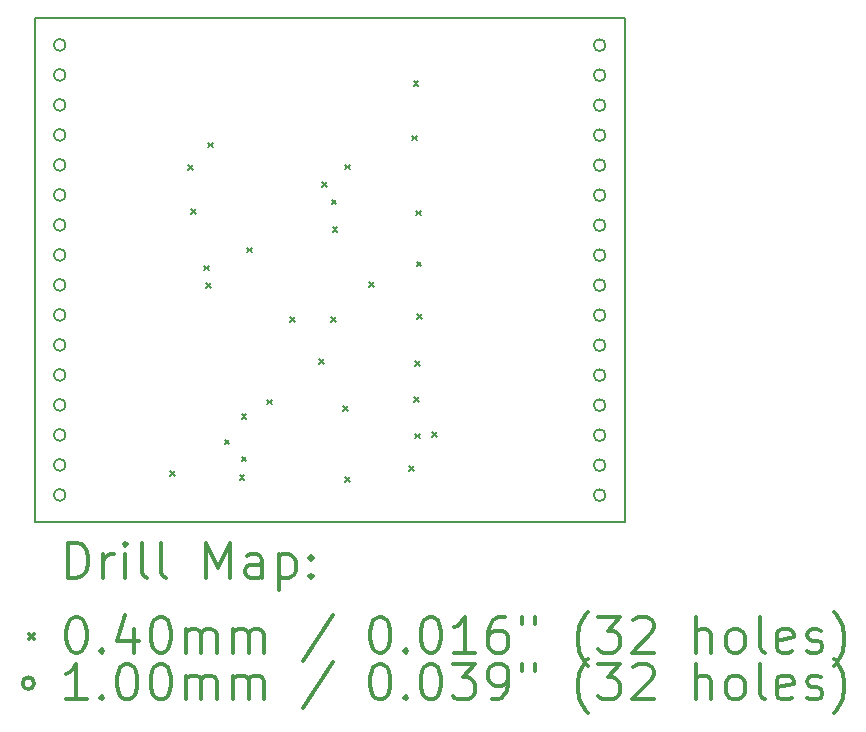
<source format=gbr>
%FSLAX45Y45*%
G04 Gerber Fmt 4.5, Leading zero omitted, Abs format (unit mm)*
G04 Created by KiCad (PCBNEW (5.0.0)) date 03/16/20 15:42:32*
%MOMM*%
%LPD*%
G01*
G04 APERTURE LIST*
%ADD10C,0.150000*%
%ADD11C,0.200000*%
%ADD12C,0.300000*%
G04 APERTURE END LIST*
D10*
X7666000Y-7901000D02*
X12658000Y-7898000D01*
X7668000Y-12167000D02*
X7666000Y-7901000D01*
X12661000Y-12166000D02*
X7668000Y-12167000D01*
X12658000Y-7898000D02*
X12661000Y-12166000D01*
D11*
X8812000Y-11734000D02*
X8852000Y-11774000D01*
X8852000Y-11734000D02*
X8812000Y-11774000D01*
X8961000Y-9145000D02*
X9001000Y-9185000D01*
X9001000Y-9145000D02*
X8961000Y-9185000D01*
X8984000Y-9517000D02*
X9024000Y-9557000D01*
X9024000Y-9517000D02*
X8984000Y-9557000D01*
X9100000Y-9994000D02*
X9140000Y-10034000D01*
X9140000Y-9994000D02*
X9100000Y-10034000D01*
X9113000Y-10143000D02*
X9153000Y-10183000D01*
X9153000Y-10143000D02*
X9113000Y-10183000D01*
X9132000Y-8953000D02*
X9172000Y-8993000D01*
X9172000Y-8953000D02*
X9132000Y-8993000D01*
X9270000Y-11469000D02*
X9310000Y-11509000D01*
X9310000Y-11469000D02*
X9270000Y-11509000D01*
X9397000Y-11768000D02*
X9437000Y-11808000D01*
X9437000Y-11768000D02*
X9397000Y-11808000D01*
X9415000Y-11249000D02*
X9455000Y-11289000D01*
X9455000Y-11249000D02*
X9415000Y-11289000D01*
X9415000Y-11611000D02*
X9455000Y-11651000D01*
X9455000Y-11611000D02*
X9415000Y-11651000D01*
X9459000Y-9843000D02*
X9499000Y-9883000D01*
X9499000Y-9843000D02*
X9459000Y-9883000D01*
X9629000Y-11130000D02*
X9669000Y-11170000D01*
X9669000Y-11130000D02*
X9629000Y-11170000D01*
X9826000Y-10428000D02*
X9866000Y-10468000D01*
X9866000Y-10428000D02*
X9826000Y-10468000D01*
X10073000Y-10787000D02*
X10113000Y-10827000D01*
X10113000Y-10787000D02*
X10073000Y-10827000D01*
X10095000Y-9286000D02*
X10135000Y-9326000D01*
X10135000Y-9286000D02*
X10095000Y-9326000D01*
X10174000Y-10430000D02*
X10214000Y-10470000D01*
X10214000Y-10430000D02*
X10174000Y-10470000D01*
X10176000Y-9437000D02*
X10216000Y-9477000D01*
X10216000Y-9437000D02*
X10176000Y-9477000D01*
X10185000Y-9671000D02*
X10225000Y-9711000D01*
X10225000Y-9671000D02*
X10185000Y-9711000D01*
X10275000Y-11184000D02*
X10315000Y-11224000D01*
X10315000Y-11184000D02*
X10275000Y-11224000D01*
X10291000Y-9139000D02*
X10331000Y-9179000D01*
X10331000Y-9139000D02*
X10291000Y-9179000D01*
X10291000Y-11788000D02*
X10331000Y-11828000D01*
X10331000Y-11788000D02*
X10291000Y-11828000D01*
X10494000Y-10133000D02*
X10534000Y-10173000D01*
X10534000Y-10133000D02*
X10494000Y-10173000D01*
X10834000Y-11694000D02*
X10874000Y-11734000D01*
X10874000Y-11694000D02*
X10834000Y-11734000D01*
X10861000Y-8895000D02*
X10901000Y-8935000D01*
X10901000Y-8895000D02*
X10861000Y-8935000D01*
X10871000Y-8433000D02*
X10911000Y-8473000D01*
X10911000Y-8433000D02*
X10871000Y-8473000D01*
X10876000Y-11108000D02*
X10916000Y-11148000D01*
X10916000Y-11108000D02*
X10876000Y-11148000D01*
X10883000Y-10803000D02*
X10923000Y-10843000D01*
X10923000Y-10803000D02*
X10883000Y-10843000D01*
X10885000Y-11418000D02*
X10925000Y-11458000D01*
X10925000Y-11418000D02*
X10885000Y-11458000D01*
X10893000Y-9528000D02*
X10933000Y-9568000D01*
X10933000Y-9528000D02*
X10893000Y-9568000D01*
X10897000Y-9960000D02*
X10937000Y-10000000D01*
X10937000Y-9960000D02*
X10897000Y-10000000D01*
X10901000Y-10404000D02*
X10941000Y-10444000D01*
X10941000Y-10404000D02*
X10901000Y-10444000D01*
X11027000Y-11404000D02*
X11067000Y-11444000D01*
X11067000Y-11404000D02*
X11027000Y-11444000D01*
X12496000Y-8128000D02*
G75*
G03X12496000Y-8128000I-50000J0D01*
G01*
X12496000Y-8382000D02*
G75*
G03X12496000Y-8382000I-50000J0D01*
G01*
X12496000Y-8636000D02*
G75*
G03X12496000Y-8636000I-50000J0D01*
G01*
X12496000Y-8890000D02*
G75*
G03X12496000Y-8890000I-50000J0D01*
G01*
X12496000Y-9144000D02*
G75*
G03X12496000Y-9144000I-50000J0D01*
G01*
X12496000Y-9398000D02*
G75*
G03X12496000Y-9398000I-50000J0D01*
G01*
X12496000Y-9652000D02*
G75*
G03X12496000Y-9652000I-50000J0D01*
G01*
X12496000Y-9906000D02*
G75*
G03X12496000Y-9906000I-50000J0D01*
G01*
X12496000Y-10160000D02*
G75*
G03X12496000Y-10160000I-50000J0D01*
G01*
X12496000Y-10414000D02*
G75*
G03X12496000Y-10414000I-50000J0D01*
G01*
X12496000Y-10668000D02*
G75*
G03X12496000Y-10668000I-50000J0D01*
G01*
X12496000Y-10922000D02*
G75*
G03X12496000Y-10922000I-50000J0D01*
G01*
X12496000Y-11176000D02*
G75*
G03X12496000Y-11176000I-50000J0D01*
G01*
X12496000Y-11430000D02*
G75*
G03X12496000Y-11430000I-50000J0D01*
G01*
X12496000Y-11684000D02*
G75*
G03X12496000Y-11684000I-50000J0D01*
G01*
X12496000Y-11938000D02*
G75*
G03X12496000Y-11938000I-50000J0D01*
G01*
X7924000Y-8125875D02*
G75*
G03X7924000Y-8125875I-50000J0D01*
G01*
X7924000Y-8379875D02*
G75*
G03X7924000Y-8379875I-50000J0D01*
G01*
X7924000Y-8633875D02*
G75*
G03X7924000Y-8633875I-50000J0D01*
G01*
X7924000Y-8887875D02*
G75*
G03X7924000Y-8887875I-50000J0D01*
G01*
X7924000Y-9141875D02*
G75*
G03X7924000Y-9141875I-50000J0D01*
G01*
X7924000Y-9395875D02*
G75*
G03X7924000Y-9395875I-50000J0D01*
G01*
X7924000Y-9649875D02*
G75*
G03X7924000Y-9649875I-50000J0D01*
G01*
X7924000Y-9903875D02*
G75*
G03X7924000Y-9903875I-50000J0D01*
G01*
X7924000Y-10157875D02*
G75*
G03X7924000Y-10157875I-50000J0D01*
G01*
X7924000Y-10411875D02*
G75*
G03X7924000Y-10411875I-50000J0D01*
G01*
X7924000Y-10665875D02*
G75*
G03X7924000Y-10665875I-50000J0D01*
G01*
X7924000Y-10919875D02*
G75*
G03X7924000Y-10919875I-50000J0D01*
G01*
X7924000Y-11173875D02*
G75*
G03X7924000Y-11173875I-50000J0D01*
G01*
X7924000Y-11427875D02*
G75*
G03X7924000Y-11427875I-50000J0D01*
G01*
X7924000Y-11681875D02*
G75*
G03X7924000Y-11681875I-50000J0D01*
G01*
X7924000Y-11935875D02*
G75*
G03X7924000Y-11935875I-50000J0D01*
G01*
D12*
X7944928Y-12640214D02*
X7944928Y-12340214D01*
X8016357Y-12340214D01*
X8059214Y-12354500D01*
X8087786Y-12383071D01*
X8102071Y-12411643D01*
X8116357Y-12468786D01*
X8116357Y-12511643D01*
X8102071Y-12568786D01*
X8087786Y-12597357D01*
X8059214Y-12625929D01*
X8016357Y-12640214D01*
X7944928Y-12640214D01*
X8244928Y-12640214D02*
X8244928Y-12440214D01*
X8244928Y-12497357D02*
X8259214Y-12468786D01*
X8273500Y-12454500D01*
X8302071Y-12440214D01*
X8330643Y-12440214D01*
X8430643Y-12640214D02*
X8430643Y-12440214D01*
X8430643Y-12340214D02*
X8416357Y-12354500D01*
X8430643Y-12368786D01*
X8444928Y-12354500D01*
X8430643Y-12340214D01*
X8430643Y-12368786D01*
X8616357Y-12640214D02*
X8587786Y-12625929D01*
X8573500Y-12597357D01*
X8573500Y-12340214D01*
X8773500Y-12640214D02*
X8744928Y-12625929D01*
X8730643Y-12597357D01*
X8730643Y-12340214D01*
X9116357Y-12640214D02*
X9116357Y-12340214D01*
X9216357Y-12554500D01*
X9316357Y-12340214D01*
X9316357Y-12640214D01*
X9587786Y-12640214D02*
X9587786Y-12483071D01*
X9573500Y-12454500D01*
X9544928Y-12440214D01*
X9487786Y-12440214D01*
X9459214Y-12454500D01*
X9587786Y-12625929D02*
X9559214Y-12640214D01*
X9487786Y-12640214D01*
X9459214Y-12625929D01*
X9444928Y-12597357D01*
X9444928Y-12568786D01*
X9459214Y-12540214D01*
X9487786Y-12525929D01*
X9559214Y-12525929D01*
X9587786Y-12511643D01*
X9730643Y-12440214D02*
X9730643Y-12740214D01*
X9730643Y-12454500D02*
X9759214Y-12440214D01*
X9816357Y-12440214D01*
X9844928Y-12454500D01*
X9859214Y-12468786D01*
X9873500Y-12497357D01*
X9873500Y-12583071D01*
X9859214Y-12611643D01*
X9844928Y-12625929D01*
X9816357Y-12640214D01*
X9759214Y-12640214D01*
X9730643Y-12625929D01*
X10002071Y-12611643D02*
X10016357Y-12625929D01*
X10002071Y-12640214D01*
X9987786Y-12625929D01*
X10002071Y-12611643D01*
X10002071Y-12640214D01*
X10002071Y-12454500D02*
X10016357Y-12468786D01*
X10002071Y-12483071D01*
X9987786Y-12468786D01*
X10002071Y-12454500D01*
X10002071Y-12483071D01*
X7618500Y-13114500D02*
X7658500Y-13154500D01*
X7658500Y-13114500D02*
X7618500Y-13154500D01*
X8002071Y-12970214D02*
X8030643Y-12970214D01*
X8059214Y-12984500D01*
X8073500Y-12998786D01*
X8087786Y-13027357D01*
X8102071Y-13084500D01*
X8102071Y-13155929D01*
X8087786Y-13213071D01*
X8073500Y-13241643D01*
X8059214Y-13255929D01*
X8030643Y-13270214D01*
X8002071Y-13270214D01*
X7973500Y-13255929D01*
X7959214Y-13241643D01*
X7944928Y-13213071D01*
X7930643Y-13155929D01*
X7930643Y-13084500D01*
X7944928Y-13027357D01*
X7959214Y-12998786D01*
X7973500Y-12984500D01*
X8002071Y-12970214D01*
X8230643Y-13241643D02*
X8244928Y-13255929D01*
X8230643Y-13270214D01*
X8216357Y-13255929D01*
X8230643Y-13241643D01*
X8230643Y-13270214D01*
X8502071Y-13070214D02*
X8502071Y-13270214D01*
X8430643Y-12955929D02*
X8359214Y-13170214D01*
X8544928Y-13170214D01*
X8716357Y-12970214D02*
X8744928Y-12970214D01*
X8773500Y-12984500D01*
X8787786Y-12998786D01*
X8802071Y-13027357D01*
X8816357Y-13084500D01*
X8816357Y-13155929D01*
X8802071Y-13213071D01*
X8787786Y-13241643D01*
X8773500Y-13255929D01*
X8744928Y-13270214D01*
X8716357Y-13270214D01*
X8687786Y-13255929D01*
X8673500Y-13241643D01*
X8659214Y-13213071D01*
X8644928Y-13155929D01*
X8644928Y-13084500D01*
X8659214Y-13027357D01*
X8673500Y-12998786D01*
X8687786Y-12984500D01*
X8716357Y-12970214D01*
X8944928Y-13270214D02*
X8944928Y-13070214D01*
X8944928Y-13098786D02*
X8959214Y-13084500D01*
X8987786Y-13070214D01*
X9030643Y-13070214D01*
X9059214Y-13084500D01*
X9073500Y-13113071D01*
X9073500Y-13270214D01*
X9073500Y-13113071D02*
X9087786Y-13084500D01*
X9116357Y-13070214D01*
X9159214Y-13070214D01*
X9187786Y-13084500D01*
X9202071Y-13113071D01*
X9202071Y-13270214D01*
X9344928Y-13270214D02*
X9344928Y-13070214D01*
X9344928Y-13098786D02*
X9359214Y-13084500D01*
X9387786Y-13070214D01*
X9430643Y-13070214D01*
X9459214Y-13084500D01*
X9473500Y-13113071D01*
X9473500Y-13270214D01*
X9473500Y-13113071D02*
X9487786Y-13084500D01*
X9516357Y-13070214D01*
X9559214Y-13070214D01*
X9587786Y-13084500D01*
X9602071Y-13113071D01*
X9602071Y-13270214D01*
X10187786Y-12955929D02*
X9930643Y-13341643D01*
X10573500Y-12970214D02*
X10602071Y-12970214D01*
X10630643Y-12984500D01*
X10644928Y-12998786D01*
X10659214Y-13027357D01*
X10673500Y-13084500D01*
X10673500Y-13155929D01*
X10659214Y-13213071D01*
X10644928Y-13241643D01*
X10630643Y-13255929D01*
X10602071Y-13270214D01*
X10573500Y-13270214D01*
X10544928Y-13255929D01*
X10530643Y-13241643D01*
X10516357Y-13213071D01*
X10502071Y-13155929D01*
X10502071Y-13084500D01*
X10516357Y-13027357D01*
X10530643Y-12998786D01*
X10544928Y-12984500D01*
X10573500Y-12970214D01*
X10802071Y-13241643D02*
X10816357Y-13255929D01*
X10802071Y-13270214D01*
X10787786Y-13255929D01*
X10802071Y-13241643D01*
X10802071Y-13270214D01*
X11002071Y-12970214D02*
X11030643Y-12970214D01*
X11059214Y-12984500D01*
X11073500Y-12998786D01*
X11087786Y-13027357D01*
X11102071Y-13084500D01*
X11102071Y-13155929D01*
X11087786Y-13213071D01*
X11073500Y-13241643D01*
X11059214Y-13255929D01*
X11030643Y-13270214D01*
X11002071Y-13270214D01*
X10973500Y-13255929D01*
X10959214Y-13241643D01*
X10944928Y-13213071D01*
X10930643Y-13155929D01*
X10930643Y-13084500D01*
X10944928Y-13027357D01*
X10959214Y-12998786D01*
X10973500Y-12984500D01*
X11002071Y-12970214D01*
X11387786Y-13270214D02*
X11216357Y-13270214D01*
X11302071Y-13270214D02*
X11302071Y-12970214D01*
X11273500Y-13013071D01*
X11244928Y-13041643D01*
X11216357Y-13055929D01*
X11644928Y-12970214D02*
X11587786Y-12970214D01*
X11559214Y-12984500D01*
X11544928Y-12998786D01*
X11516357Y-13041643D01*
X11502071Y-13098786D01*
X11502071Y-13213071D01*
X11516357Y-13241643D01*
X11530643Y-13255929D01*
X11559214Y-13270214D01*
X11616357Y-13270214D01*
X11644928Y-13255929D01*
X11659214Y-13241643D01*
X11673500Y-13213071D01*
X11673500Y-13141643D01*
X11659214Y-13113071D01*
X11644928Y-13098786D01*
X11616357Y-13084500D01*
X11559214Y-13084500D01*
X11530643Y-13098786D01*
X11516357Y-13113071D01*
X11502071Y-13141643D01*
X11787786Y-12970214D02*
X11787786Y-13027357D01*
X11902071Y-12970214D02*
X11902071Y-13027357D01*
X12344928Y-13384500D02*
X12330643Y-13370214D01*
X12302071Y-13327357D01*
X12287786Y-13298786D01*
X12273500Y-13255929D01*
X12259214Y-13184500D01*
X12259214Y-13127357D01*
X12273500Y-13055929D01*
X12287786Y-13013071D01*
X12302071Y-12984500D01*
X12330643Y-12941643D01*
X12344928Y-12927357D01*
X12430643Y-12970214D02*
X12616357Y-12970214D01*
X12516357Y-13084500D01*
X12559214Y-13084500D01*
X12587786Y-13098786D01*
X12602071Y-13113071D01*
X12616357Y-13141643D01*
X12616357Y-13213071D01*
X12602071Y-13241643D01*
X12587786Y-13255929D01*
X12559214Y-13270214D01*
X12473500Y-13270214D01*
X12444928Y-13255929D01*
X12430643Y-13241643D01*
X12730643Y-12998786D02*
X12744928Y-12984500D01*
X12773500Y-12970214D01*
X12844928Y-12970214D01*
X12873500Y-12984500D01*
X12887786Y-12998786D01*
X12902071Y-13027357D01*
X12902071Y-13055929D01*
X12887786Y-13098786D01*
X12716357Y-13270214D01*
X12902071Y-13270214D01*
X13259214Y-13270214D02*
X13259214Y-12970214D01*
X13387786Y-13270214D02*
X13387786Y-13113071D01*
X13373500Y-13084500D01*
X13344928Y-13070214D01*
X13302071Y-13070214D01*
X13273500Y-13084500D01*
X13259214Y-13098786D01*
X13573500Y-13270214D02*
X13544928Y-13255929D01*
X13530643Y-13241643D01*
X13516357Y-13213071D01*
X13516357Y-13127357D01*
X13530643Y-13098786D01*
X13544928Y-13084500D01*
X13573500Y-13070214D01*
X13616357Y-13070214D01*
X13644928Y-13084500D01*
X13659214Y-13098786D01*
X13673500Y-13127357D01*
X13673500Y-13213071D01*
X13659214Y-13241643D01*
X13644928Y-13255929D01*
X13616357Y-13270214D01*
X13573500Y-13270214D01*
X13844928Y-13270214D02*
X13816357Y-13255929D01*
X13802071Y-13227357D01*
X13802071Y-12970214D01*
X14073500Y-13255929D02*
X14044928Y-13270214D01*
X13987786Y-13270214D01*
X13959214Y-13255929D01*
X13944928Y-13227357D01*
X13944928Y-13113071D01*
X13959214Y-13084500D01*
X13987786Y-13070214D01*
X14044928Y-13070214D01*
X14073500Y-13084500D01*
X14087786Y-13113071D01*
X14087786Y-13141643D01*
X13944928Y-13170214D01*
X14202071Y-13255929D02*
X14230643Y-13270214D01*
X14287786Y-13270214D01*
X14316357Y-13255929D01*
X14330643Y-13227357D01*
X14330643Y-13213071D01*
X14316357Y-13184500D01*
X14287786Y-13170214D01*
X14244928Y-13170214D01*
X14216357Y-13155929D01*
X14202071Y-13127357D01*
X14202071Y-13113071D01*
X14216357Y-13084500D01*
X14244928Y-13070214D01*
X14287786Y-13070214D01*
X14316357Y-13084500D01*
X14430643Y-13384500D02*
X14444928Y-13370214D01*
X14473500Y-13327357D01*
X14487786Y-13298786D01*
X14502071Y-13255929D01*
X14516357Y-13184500D01*
X14516357Y-13127357D01*
X14502071Y-13055929D01*
X14487786Y-13013071D01*
X14473500Y-12984500D01*
X14444928Y-12941643D01*
X14430643Y-12927357D01*
X7658500Y-13530500D02*
G75*
G03X7658500Y-13530500I-50000J0D01*
G01*
X8102071Y-13666214D02*
X7930643Y-13666214D01*
X8016357Y-13666214D02*
X8016357Y-13366214D01*
X7987786Y-13409071D01*
X7959214Y-13437643D01*
X7930643Y-13451929D01*
X8230643Y-13637643D02*
X8244928Y-13651929D01*
X8230643Y-13666214D01*
X8216357Y-13651929D01*
X8230643Y-13637643D01*
X8230643Y-13666214D01*
X8430643Y-13366214D02*
X8459214Y-13366214D01*
X8487786Y-13380500D01*
X8502071Y-13394786D01*
X8516357Y-13423357D01*
X8530643Y-13480500D01*
X8530643Y-13551929D01*
X8516357Y-13609071D01*
X8502071Y-13637643D01*
X8487786Y-13651929D01*
X8459214Y-13666214D01*
X8430643Y-13666214D01*
X8402071Y-13651929D01*
X8387786Y-13637643D01*
X8373500Y-13609071D01*
X8359214Y-13551929D01*
X8359214Y-13480500D01*
X8373500Y-13423357D01*
X8387786Y-13394786D01*
X8402071Y-13380500D01*
X8430643Y-13366214D01*
X8716357Y-13366214D02*
X8744928Y-13366214D01*
X8773500Y-13380500D01*
X8787786Y-13394786D01*
X8802071Y-13423357D01*
X8816357Y-13480500D01*
X8816357Y-13551929D01*
X8802071Y-13609071D01*
X8787786Y-13637643D01*
X8773500Y-13651929D01*
X8744928Y-13666214D01*
X8716357Y-13666214D01*
X8687786Y-13651929D01*
X8673500Y-13637643D01*
X8659214Y-13609071D01*
X8644928Y-13551929D01*
X8644928Y-13480500D01*
X8659214Y-13423357D01*
X8673500Y-13394786D01*
X8687786Y-13380500D01*
X8716357Y-13366214D01*
X8944928Y-13666214D02*
X8944928Y-13466214D01*
X8944928Y-13494786D02*
X8959214Y-13480500D01*
X8987786Y-13466214D01*
X9030643Y-13466214D01*
X9059214Y-13480500D01*
X9073500Y-13509071D01*
X9073500Y-13666214D01*
X9073500Y-13509071D02*
X9087786Y-13480500D01*
X9116357Y-13466214D01*
X9159214Y-13466214D01*
X9187786Y-13480500D01*
X9202071Y-13509071D01*
X9202071Y-13666214D01*
X9344928Y-13666214D02*
X9344928Y-13466214D01*
X9344928Y-13494786D02*
X9359214Y-13480500D01*
X9387786Y-13466214D01*
X9430643Y-13466214D01*
X9459214Y-13480500D01*
X9473500Y-13509071D01*
X9473500Y-13666214D01*
X9473500Y-13509071D02*
X9487786Y-13480500D01*
X9516357Y-13466214D01*
X9559214Y-13466214D01*
X9587786Y-13480500D01*
X9602071Y-13509071D01*
X9602071Y-13666214D01*
X10187786Y-13351929D02*
X9930643Y-13737643D01*
X10573500Y-13366214D02*
X10602071Y-13366214D01*
X10630643Y-13380500D01*
X10644928Y-13394786D01*
X10659214Y-13423357D01*
X10673500Y-13480500D01*
X10673500Y-13551929D01*
X10659214Y-13609071D01*
X10644928Y-13637643D01*
X10630643Y-13651929D01*
X10602071Y-13666214D01*
X10573500Y-13666214D01*
X10544928Y-13651929D01*
X10530643Y-13637643D01*
X10516357Y-13609071D01*
X10502071Y-13551929D01*
X10502071Y-13480500D01*
X10516357Y-13423357D01*
X10530643Y-13394786D01*
X10544928Y-13380500D01*
X10573500Y-13366214D01*
X10802071Y-13637643D02*
X10816357Y-13651929D01*
X10802071Y-13666214D01*
X10787786Y-13651929D01*
X10802071Y-13637643D01*
X10802071Y-13666214D01*
X11002071Y-13366214D02*
X11030643Y-13366214D01*
X11059214Y-13380500D01*
X11073500Y-13394786D01*
X11087786Y-13423357D01*
X11102071Y-13480500D01*
X11102071Y-13551929D01*
X11087786Y-13609071D01*
X11073500Y-13637643D01*
X11059214Y-13651929D01*
X11030643Y-13666214D01*
X11002071Y-13666214D01*
X10973500Y-13651929D01*
X10959214Y-13637643D01*
X10944928Y-13609071D01*
X10930643Y-13551929D01*
X10930643Y-13480500D01*
X10944928Y-13423357D01*
X10959214Y-13394786D01*
X10973500Y-13380500D01*
X11002071Y-13366214D01*
X11202071Y-13366214D02*
X11387786Y-13366214D01*
X11287786Y-13480500D01*
X11330643Y-13480500D01*
X11359214Y-13494786D01*
X11373500Y-13509071D01*
X11387786Y-13537643D01*
X11387786Y-13609071D01*
X11373500Y-13637643D01*
X11359214Y-13651929D01*
X11330643Y-13666214D01*
X11244928Y-13666214D01*
X11216357Y-13651929D01*
X11202071Y-13637643D01*
X11530643Y-13666214D02*
X11587786Y-13666214D01*
X11616357Y-13651929D01*
X11630643Y-13637643D01*
X11659214Y-13594786D01*
X11673500Y-13537643D01*
X11673500Y-13423357D01*
X11659214Y-13394786D01*
X11644928Y-13380500D01*
X11616357Y-13366214D01*
X11559214Y-13366214D01*
X11530643Y-13380500D01*
X11516357Y-13394786D01*
X11502071Y-13423357D01*
X11502071Y-13494786D01*
X11516357Y-13523357D01*
X11530643Y-13537643D01*
X11559214Y-13551929D01*
X11616357Y-13551929D01*
X11644928Y-13537643D01*
X11659214Y-13523357D01*
X11673500Y-13494786D01*
X11787786Y-13366214D02*
X11787786Y-13423357D01*
X11902071Y-13366214D02*
X11902071Y-13423357D01*
X12344928Y-13780500D02*
X12330643Y-13766214D01*
X12302071Y-13723357D01*
X12287786Y-13694786D01*
X12273500Y-13651929D01*
X12259214Y-13580500D01*
X12259214Y-13523357D01*
X12273500Y-13451929D01*
X12287786Y-13409071D01*
X12302071Y-13380500D01*
X12330643Y-13337643D01*
X12344928Y-13323357D01*
X12430643Y-13366214D02*
X12616357Y-13366214D01*
X12516357Y-13480500D01*
X12559214Y-13480500D01*
X12587786Y-13494786D01*
X12602071Y-13509071D01*
X12616357Y-13537643D01*
X12616357Y-13609071D01*
X12602071Y-13637643D01*
X12587786Y-13651929D01*
X12559214Y-13666214D01*
X12473500Y-13666214D01*
X12444928Y-13651929D01*
X12430643Y-13637643D01*
X12730643Y-13394786D02*
X12744928Y-13380500D01*
X12773500Y-13366214D01*
X12844928Y-13366214D01*
X12873500Y-13380500D01*
X12887786Y-13394786D01*
X12902071Y-13423357D01*
X12902071Y-13451929D01*
X12887786Y-13494786D01*
X12716357Y-13666214D01*
X12902071Y-13666214D01*
X13259214Y-13666214D02*
X13259214Y-13366214D01*
X13387786Y-13666214D02*
X13387786Y-13509071D01*
X13373500Y-13480500D01*
X13344928Y-13466214D01*
X13302071Y-13466214D01*
X13273500Y-13480500D01*
X13259214Y-13494786D01*
X13573500Y-13666214D02*
X13544928Y-13651929D01*
X13530643Y-13637643D01*
X13516357Y-13609071D01*
X13516357Y-13523357D01*
X13530643Y-13494786D01*
X13544928Y-13480500D01*
X13573500Y-13466214D01*
X13616357Y-13466214D01*
X13644928Y-13480500D01*
X13659214Y-13494786D01*
X13673500Y-13523357D01*
X13673500Y-13609071D01*
X13659214Y-13637643D01*
X13644928Y-13651929D01*
X13616357Y-13666214D01*
X13573500Y-13666214D01*
X13844928Y-13666214D02*
X13816357Y-13651929D01*
X13802071Y-13623357D01*
X13802071Y-13366214D01*
X14073500Y-13651929D02*
X14044928Y-13666214D01*
X13987786Y-13666214D01*
X13959214Y-13651929D01*
X13944928Y-13623357D01*
X13944928Y-13509071D01*
X13959214Y-13480500D01*
X13987786Y-13466214D01*
X14044928Y-13466214D01*
X14073500Y-13480500D01*
X14087786Y-13509071D01*
X14087786Y-13537643D01*
X13944928Y-13566214D01*
X14202071Y-13651929D02*
X14230643Y-13666214D01*
X14287786Y-13666214D01*
X14316357Y-13651929D01*
X14330643Y-13623357D01*
X14330643Y-13609071D01*
X14316357Y-13580500D01*
X14287786Y-13566214D01*
X14244928Y-13566214D01*
X14216357Y-13551929D01*
X14202071Y-13523357D01*
X14202071Y-13509071D01*
X14216357Y-13480500D01*
X14244928Y-13466214D01*
X14287786Y-13466214D01*
X14316357Y-13480500D01*
X14430643Y-13780500D02*
X14444928Y-13766214D01*
X14473500Y-13723357D01*
X14487786Y-13694786D01*
X14502071Y-13651929D01*
X14516357Y-13580500D01*
X14516357Y-13523357D01*
X14502071Y-13451929D01*
X14487786Y-13409071D01*
X14473500Y-13380500D01*
X14444928Y-13337643D01*
X14430643Y-13323357D01*
M02*

</source>
